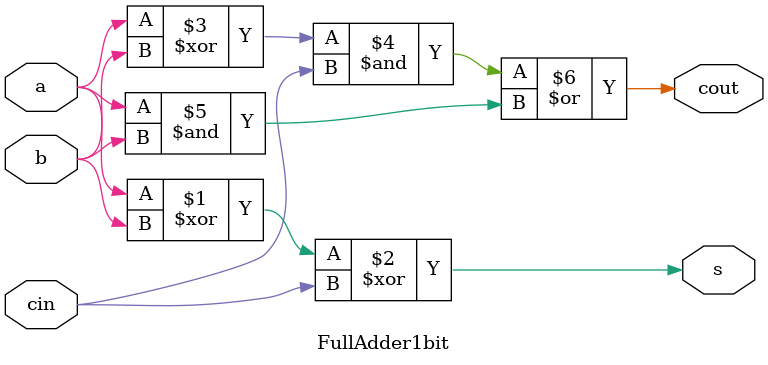
<source format=v>
`timescale 1ns / 1ps
module FullAdder1bit(
    input a,
    input b,
	 input cin,
    output s,
    output cout    );
assign s = a^b^cin ;
assign cout = ((a^b)&cin)|(a&b) ;

endmodule

</source>
